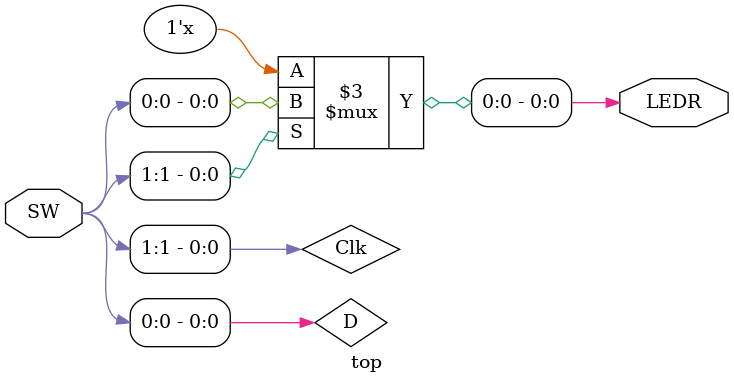
<source format=v>
module top(
    input wire [9:0] SW,
    output reg [9:0] LEDR
);

wire D, Clk;

// Connect inputs from switches
assign D = SW[0];
assign Clk = SW[1];

// Gated D Latch using behavioral style (similar to Figure 5)
always @* begin
    if (Clk)
        LEDR[0] = D;
    // When Clk is low, LEDR[0] retains its value (inferred latch)
end

endmodule
</source>
